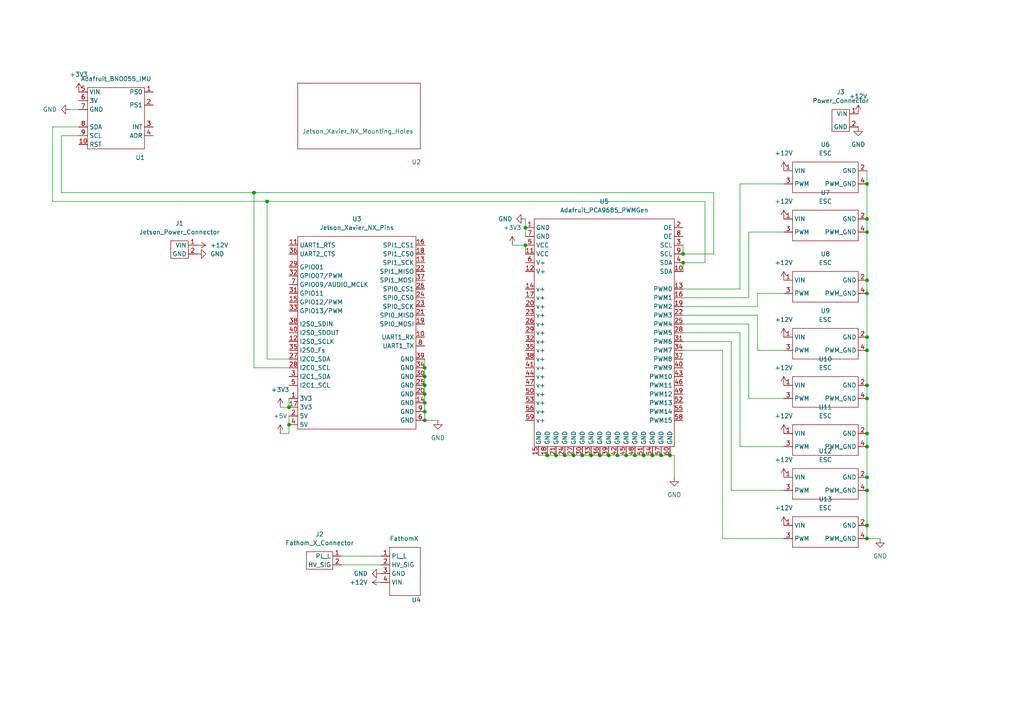
<source format=kicad_sch>
(kicad_sch (version 20211123) (generator eeschema)
  (paper "A4")
  (lib_symbols
    (symbol "lasagna-motherboard:Adafruit_BNO055_IMU"
      (property "Reference" "U?" (at 7.62 -10.16 0))
      (property "Value" "Adafruit_BNO055_IMU" (at 0 11.43 0))
      (symbol "Adafruit_BNO055_IMU_0_1"
        (rectangle (start -8.89 8.89) (end 7.62 -8.89))
      )
      (symbol "Adafruit_BNO055_IMU_1_1"
        (pin input line (at 10.16 7.62 180) (length 2.54) (name "PS0") (number "1"))
        (pin input line (at -11.43 -7.62 0) (length 2.54) (name "RST") (number "10"))
        (pin input line (at 10.16 3.81 180) (length 2.54) (name "PS1") (number "2"))
        (pin input line (at 10.16 -2.54 180) (length 2.54) (name "INT") (number "3"))
        (pin input line (at 10.16 -5.08 180) (length 2.54) (name "ADR") (number "4"))
        (pin input line (at -11.43 7.62 0) (length 2.54) (name "VIN") (number "5"))
        (pin input line (at -11.43 5.08 0) (length 2.54) (name "3V") (number "6"))
        (pin input line (at -11.43 2.54 0) (length 2.54) (name "GND") (number "7"))
        (pin input line (at -11.43 -2.54 0) (length 2.54) (name "SDA") (number "8"))
        (pin input line (at -11.43 -5.08 0) (length 2.54) (name "SCL") (number "9"))
      )
    )
    (symbol "lasagna-motherboard:Adafruit_PCA9685_PWMGen"
      (property "Reference" "U?" (at 21.59 -11.43 0))
      (property "Value" "Adafruit_PCA9685_PWMGen" (at -3.81 7.62 0))
      (symbol "Adafruit_PCA9685_PWMGen_0_1"
        (rectangle (start -24.13 6.35) (end 16.51 -59.69))
      )
      (symbol "Adafruit_PCA9685_PWMGen_1_1"
        (pin input line (at -26.67 3.81 0) (length 2.54) (name "GND") (number "1"))
        (pin input line (at 19.05 -8.89 180) (length 2.54) (name "SDA") (number "10"))
        (pin input line (at -26.67 -3.81 0) (length 2.54) (name "VCC") (number "11"))
        (pin input line (at -26.67 -8.89 0) (length 2.54) (name "V+") (number "12"))
        (pin input line (at 19.05 -13.97 180) (length 2.54) (name "PWM0") (number "13"))
        (pin input line (at -26.67 -13.97 0) (length 2.54) (name "v+") (number "14"))
        (pin input line (at -22.86 -62.23 90) (length 2.54) (name "GND") (number "15"))
        (pin input line (at 19.05 -16.51 180) (length 2.54) (name "PWM1") (number "16"))
        (pin input line (at -26.67 -16.51 0) (length 2.54) (name "v+") (number "17"))
        (pin input line (at -20.32 -62.23 90) (length 2.54) (name "GND") (number "18"))
        (pin input line (at 19.05 -19.05 180) (length 2.54) (name "PWM2") (number "19"))
        (pin input line (at 19.05 3.81 180) (length 2.54) (name "OE") (number "2"))
        (pin input line (at -26.67 -19.05 0) (length 2.54) (name "v+") (number "20"))
        (pin input line (at -17.78 -62.23 90) (length 2.54) (name "GND") (number "21"))
        (pin input line (at 19.05 -21.59 180) (length 2.54) (name "PWM3") (number "22"))
        (pin input line (at -26.67 -21.59 0) (length 2.54) (name "v+") (number "23"))
        (pin input line (at -15.24 -62.23 90) (length 2.54) (name "GND") (number "24"))
        (pin input line (at 19.05 -24.13 180) (length 2.54) (name "PWM4") (number "25"))
        (pin input line (at -26.67 -24.13 0) (length 2.54) (name "v+") (number "26"))
        (pin input line (at -12.7 -62.23 90) (length 2.54) (name "GND") (number "27"))
        (pin input line (at 19.05 -26.67 180) (length 2.54) (name "PWM5") (number "28"))
        (pin input line (at -26.67 -26.67 0) (length 2.54) (name "v+") (number "29"))
        (pin input line (at 19.05 -1.27 180) (length 2.54) (name "SCL") (number "3"))
        (pin input line (at -10.16 -62.23 90) (length 2.54) (name "GND") (number "30"))
        (pin input line (at 19.05 -29.21 180) (length 2.54) (name "PWM6") (number "31"))
        (pin input line (at -26.67 -29.21 0) (length 2.54) (name "v+") (number "32"))
        (pin input line (at -7.62 -62.23 90) (length 2.54) (name "GND") (number "33"))
        (pin input line (at 19.05 -31.75 180) (length 2.54) (name "PWM7") (number "34"))
        (pin input line (at -26.67 -31.75 0) (length 2.54) (name "v+") (number "35"))
        (pin input line (at -5.08 -62.23 90) (length 2.54) (name "GND") (number "36"))
        (pin input line (at 19.05 -34.29 180) (length 2.54) (name "PWM8") (number "37"))
        (pin input line (at -26.67 -34.29 0) (length 2.54) (name "v+") (number "38"))
        (pin input line (at -2.54 -62.23 90) (length 2.54) (name "GND") (number "39"))
        (pin input line (at 19.05 -6.35 180) (length 2.54) (name "SDA") (number "4"))
        (pin input line (at 19.05 -36.83 180) (length 2.54) (name "PWM9") (number "40"))
        (pin input line (at -26.67 -36.83 0) (length 2.54) (name "v+") (number "41"))
        (pin input line (at 0 -62.23 90) (length 2.54) (name "GND") (number "42"))
        (pin input line (at 19.05 -39.37 180) (length 2.54) (name "PWM10") (number "43"))
        (pin input line (at -26.67 -39.37 0) (length 2.54) (name "v+") (number "44"))
        (pin input line (at 2.54 -62.23 90) (length 2.54) (name "GND") (number "45"))
        (pin input line (at 19.05 -41.91 180) (length 2.54) (name "PWM11") (number "46"))
        (pin input line (at -26.67 -41.91 0) (length 2.54) (name "v+") (number "47"))
        (pin input line (at 5.08 -62.23 90) (length 2.54) (name "GND") (number "48"))
        (pin input line (at 19.05 -44.45 180) (length 2.54) (name "PWM12") (number "49"))
        (pin input line (at -26.67 -1.27 0) (length 2.54) (name "VCC") (number "5"))
        (pin input line (at -26.67 -44.45 0) (length 2.54) (name "v+") (number "50"))
        (pin input line (at 7.62 -62.23 90) (length 2.54) (name "GND") (number "51"))
        (pin input line (at 19.05 -46.99 180) (length 2.54) (name "PWM13") (number "52"))
        (pin input line (at -26.67 -46.99 0) (length 2.54) (name "v+") (number "53"))
        (pin input line (at 10.16 -62.23 90) (length 2.54) (name "GND") (number "54"))
        (pin input line (at 19.05 -49.53 180) (length 2.54) (name "PWM14") (number "55"))
        (pin input line (at -26.67 -49.53 0) (length 2.54) (name "v+") (number "56"))
        (pin input line (at 12.7 -62.23 90) (length 2.54) (name "GND") (number "57"))
        (pin input line (at 19.05 -52.07 180) (length 2.54) (name "PWM15") (number "58"))
        (pin input line (at -26.67 -52.07 0) (length 2.54) (name "v+") (number "59"))
        (pin input line (at -26.67 -6.35 0) (length 2.54) (name "V+") (number "6"))
        (pin input line (at 15.24 -62.23 90) (length 2.54) (name "GND") (number "60"))
        (pin input line (at -26.67 1.27 0) (length 2.54) (name "GND") (number "7"))
        (pin input line (at 19.05 1.27 180) (length 2.54) (name "OE") (number "8"))
        (pin input line (at 19.05 -3.81 180) (length 2.54) (name "SCL") (number "9"))
      )
    )
    (symbol "lasagna-motherboard:ESC"
      (property "Reference" "U?" (at 6.35 -8.89 0))
      (property "Value" "ESC" (at 0 3.81 0))
      (symbol "ESC_0_1"
        (rectangle (start -8.89 2.54) (end 10.16 -6.35))
      )
      (symbol "ESC_1_1"
        (pin input line (at -11.43 0 0) (length 2.54) (name "VIN") (number "1"))
        (pin input line (at 12.7 0 180) (length 2.54) (name "GND") (number "2"))
        (pin input line (at -11.43 -3.81 0) (length 2.54) (name "PWM") (number "3"))
        (pin input line (at 12.7 -3.81 180) (length 2.54) (name "PWM_GND") (number "4"))
      )
    )
    (symbol "lasagna-motherboard:FathomX"
      (property "Reference" "U?" (at 5.08 -8.89 0))
      (property "Value" "FathomX" (at 0 8.89 0))
      (symbol "FathomX_0_1"
        (rectangle (start -3.81 6.35) (end 5.08 -7.62))
      )
      (symbol "FathomX_1_1"
        (pin input line (at -6.35 3.81 0) (length 2.54) (name "PL_L") (number "1"))
        (pin input line (at -6.35 1.27 0) (length 2.54) (name "HV_SIG") (number "2"))
        (pin input line (at -6.35 -1.27 0) (length 2.54) (name "GND") (number "3"))
        (pin input line (at -6.35 -3.81 0) (length 2.54) (name "VIN") (number "4"))
      )
    )
    (symbol "lasagna-motherboard:Fathom_X_Connector"
      (property "Reference" "J?" (at 6.35 -7.62 0))
      (property "Value" "Fathom_X_Connector" (at 0 6.35 0))
      (symbol "Fathom_X_Connector_0_1"
        (rectangle (start -8.89 2.54) (end -1.27 -2.54))
      )
      (symbol "Fathom_X_Connector_1_1"
        (pin input line (at 1.27 1.27 180) (length 2.54) (name "PL_L") (number "1"))
        (pin input line (at 1.27 -1.27 180) (length 2.54) (name "HV_SIG") (number "2"))
      )
    )
    (symbol "lasagna-motherboard:Jetson_Power_Connector"
      (property "Reference" "J?" (at 7.62 -8.89 0))
      (property "Value" "Jetson_Power_Connector" (at 0 6.35 0))
      (symbol "Jetson_Power_Connector_0_1"
        (rectangle (start 2.54 -2.54) (end -2.54 2.54))
      )
      (symbol "Jetson_Power_Connector_1_1"
        (pin input line (at 5.08 1.27 180) (length 2.54) (name "VIN") (number "1"))
        (pin input line (at 5.08 -1.27 180) (length 2.54) (name "GND") (number "2"))
      )
    )
    (symbol "lasagna-motherboard:Jetson_Xavier_NX_Mounting_Holes"
      (property "Reference" "U?" (at 15.24 -11.43 0))
      (property "Value" "Jetson_Xavier_NX_Mounting_Holes" (at 0 13.97 0))
      (symbol "Jetson_Xavier_NX_Mounting_Holes_0_1"
        (rectangle (start -17.78 10.16) (end 17.78 -8.89))
      )
    )
    (symbol "lasagna-motherboard:Jetson_Xavier_NX_Pins"
      (property "Reference" "U?" (at 20.32 -33.02 0))
      (property "Value" "Jetson_Xavier_NX_Pins" (at -10.16 30.48 0))
      (symbol "Jetson_Xavier_NX_Pins_0_1"
        (rectangle (start -17.78 26.67) (end 16.51 -29.21))
      )
      (symbol "Jetson_Xavier_NX_Pins_1_1"
        (pin input line (at -20.32 -20.32 0) (length 2.54) (name "3V3") (number "1"))
        (pin input line (at 19.05 -2.54 180) (length 2.54) (name "UART1_RX") (number "10"))
        (pin input line (at -20.32 24.13 0) (length 2.54) (name "UART1_RTS") (number "11"))
        (pin input line (at -20.32 -3.81 0) (length 2.54) (name "I2S0_SCLK") (number "12"))
        (pin input line (at 19.05 19.05 180) (length 2.54) (name "SPI1_SCK") (number "13"))
        (pin input line (at 19.05 -21.59 180) (length 2.54) (name "GND") (number "14"))
        (pin input line (at -20.32 7.62 0) (length 2.54) (name "GPIO12/PWM") (number "15"))
        (pin input line (at 19.05 24.13 180) (length 2.54) (name "SPI1_CS1") (number "16"))
        (pin input line (at -20.32 -22.86 0) (length 2.54) (name "3V3") (number "17"))
        (pin input line (at 19.05 21.59 180) (length 2.54) (name "SPI1_CS0") (number "18"))
        (pin input line (at 19.05 1.27 180) (length 2.54) (name "SPI0_MOSI") (number "19"))
        (pin input line (at -20.32 -25.4 0) (length 2.54) (name "5V") (number "2"))
        (pin input line (at 19.05 -19.05 180) (length 2.54) (name "GND") (number "20"))
        (pin input line (at 19.05 3.81 180) (length 2.54) (name "SPI0_MISO") (number "21"))
        (pin input line (at 19.05 16.51 180) (length 2.54) (name "SPI1_MISO") (number "22"))
        (pin input line (at 19.05 6.35 180) (length 2.54) (name "SPI0_SCK") (number "23"))
        (pin input line (at 19.05 8.89 180) (length 2.54) (name "SPI0_CS0") (number "24"))
        (pin input line (at 19.05 -16.51 180) (length 2.54) (name "GND") (number "25"))
        (pin input line (at 19.05 11.43 180) (length 2.54) (name "SPI0_CS1") (number "26"))
        (pin input line (at -20.32 -8.89 0) (length 2.54) (name "I2C0_SDA") (number "27"))
        (pin input line (at -20.32 -11.43 0) (length 2.54) (name "I2C0_SCL") (number "28"))
        (pin input line (at -20.32 17.78 0) (length 2.54) (name "GPIO01") (number "29"))
        (pin input line (at -20.32 -13.97 0) (length 2.54) (name "I2C1_SDA") (number "3"))
        (pin input line (at 19.05 -13.97 180) (length 2.54) (name "GND") (number "30"))
        (pin input line (at -20.32 10.16 0) (length 2.54) (name "GPIO11") (number "31"))
        (pin input line (at -20.32 15.24 0) (length 2.54) (name "GPIO07/PWM") (number "32"))
        (pin input line (at -20.32 5.08 0) (length 2.54) (name "GPIO13/PWM") (number "33"))
        (pin input line (at 19.05 -11.43 180) (length 2.54) (name "GND") (number "34"))
        (pin input line (at -20.32 -6.35 0) (length 2.54) (name "I2S0_Fs") (number "35"))
        (pin input line (at -20.32 21.59 0) (length 2.54) (name "UART2_CTS") (number "36"))
        (pin input line (at 19.05 13.97 180) (length 2.54) (name "SPI1_MOSI") (number "37"))
        (pin input line (at -20.32 1.27 0) (length 2.54) (name "I2S0_SDIN") (number "38"))
        (pin input line (at 19.05 -8.89 180) (length 2.54) (name "GND") (number "39"))
        (pin input line (at -20.32 -27.94 0) (length 2.54) (name "5V") (number "4"))
        (pin input line (at -20.32 -1.27 0) (length 2.54) (name "I2S0_SDOUT") (number "40"))
        (pin input line (at -20.32 -16.51 0) (length 2.54) (name "I2C1_SCL") (number "5"))
        (pin input line (at 19.05 -26.67 180) (length 2.54) (name "GND") (number "6"))
        (pin input line (at -20.32 12.7 0) (length 2.54) (name "GPIO09/AUDIO_MCLK") (number "7"))
        (pin input line (at 19.05 -5.08 180) (length 2.54) (name "UART1_TX") (number "8"))
        (pin input line (at 19.05 -24.13 180) (length 2.54) (name "GND") (number "9"))
      )
    )
    (symbol "lasagna-motherboard:Power_Connector"
      (property "Reference" "J?" (at 3.81 -5.08 0))
      (property "Value" "Power_Connector" (at 1.27 5.08 0))
      (symbol "Power_Connector_0_1"
        (rectangle (start 2.54 2.54) (end -2.54 -3.81))
      )
      (symbol "Power_Connector_1_1"
        (pin input line (at 5.08 1.27 180) (length 2.54) (name "VIN") (number "1"))
        (pin input line (at 5.08 -2.54 180) (length 2.54) (name "GND") (number "2"))
      )
    )
    (symbol "power:+12V" (power) (pin_names (offset 0))
      (property "Value" "+12V" (at 0 3.556 0))
      (symbol "+12V_0_1"
        (polyline (pts (xy -0.762 1.27) (xy 0 2.54)))
        (polyline (pts (xy 0 0) (xy 0 2.54)))
        (polyline (pts (xy 0 2.54) (xy 0.762 1.27)))
      )
      (symbol "+12V_1_1"
        (pin power_in line (at 0 0 90) (length 0) hide (name "+12V") (number "1"))
      )
    )
    (symbol "power:+3V3" (power) (pin_names (offset 0))
      (property "Value" "+3V3" (at 0 3.556 0))
      (symbol "+3V3_0_1"
        (polyline (pts (xy -0.762 1.27) (xy 0 2.54)))
        (polyline (pts (xy 0 0) (xy 0 2.54)))
        (polyline (pts (xy 0 2.54) (xy 0.762 1.27)))
      )
      (symbol "+3V3_1_1"
        (pin power_in line (at 0 0 90) (length 0) hide (name "+3V3") (number "1"))
      )
    )
    (symbol "power:+5V" (power) (pin_names (offset 0))
      (property "Value" "+5V" (at 0 3.556 0))
      (symbol "+5V_0_1"
        (polyline (pts (xy -0.762 1.27) (xy 0 2.54)))
        (polyline (pts (xy 0 0) (xy 0 2.54)))
        (polyline (pts (xy 0 2.54) (xy 0.762 1.27)))
      )
      (symbol "+5V_1_1"
        (pin power_in line (at 0 0 90) (length 0) hide (name "+5V") (number "1"))
      )
    )
    (symbol "power:GND" (power) (pin_names (offset 0))
      (property "Value" "GND" (at 0 -3.81 0))
      (symbol "GND_0_1"
        (polyline (pts (xy 0 0) (xy 0 -1.27) (xy 1.27 -1.27) (xy 0 -2.54) (xy -1.27 -1.27) (xy 0 -1.27)))
      )
      (symbol "GND_1_1"
        (pin power_in line (at 0 0 270) (length 0) hide (name "GND") (number "1"))
      )
    )
  )
  (junction (at 77.47 58.42))
  (junction (at 166.37 132.08))
  (junction (at 251.46 97.79))
  (junction (at 251.46 81.28))
  (junction (at 251.46 125.73))
  (junction (at 179.07 132.08))
  (junction (at 198.12 76.2))
  (junction (at 123.19 114.3))
  (junction (at 184.15 132.08))
  (junction (at 251.46 156.21))
  (junction (at 152.4 66.04))
  (junction (at 168.91 132.08))
  (junction (at 251.46 142.24))
  (junction (at 83.82 123.19))
  (junction (at 251.46 85.09))
  (junction (at 194.31 132.08))
  (junction (at 251.46 67.31))
  (junction (at 73.66 55.88))
  (junction (at 123.19 116.84))
  (junction (at 123.19 121.92))
  (junction (at 123.19 111.76))
  (junction (at 158.75 132.08))
  (junction (at 186.69 132.08))
  (junction (at 189.23 132.08))
  (junction (at 251.46 111.76))
  (junction (at 152.4 71.12))
  (junction (at 251.46 53.34))
  (junction (at 161.29 132.08))
  (junction (at 171.45 132.08))
  (junction (at 163.83 132.08))
  (junction (at 123.19 109.22))
  (junction (at 251.46 129.54))
  (junction (at 251.46 138.43))
  (junction (at 251.46 152.4))
  (junction (at 251.46 63.5))
  (junction (at 191.77 132.08))
  (junction (at 176.53 132.08))
  (junction (at 83.82 118.11))
  (junction (at 251.46 115.57))
  (junction (at 123.19 119.38))
  (junction (at 181.61 132.08))
  (junction (at 123.19 106.68))
  (junction (at 251.46 101.6))
  (junction (at 173.99 132.08))
  (junction (at 198.12 73.66))
  (wire (pts (xy 83.82 104.14) (xy 77.47 104.14)))
  (wire (pts (xy 214.63 129.54) (xy 227.33 129.54)))
  (wire (pts (xy 217.17 115.57) (xy 227.33 115.57)))
  (wire (pts (xy 73.66 106.68) (xy 73.66 55.88)))
  (wire (pts (xy 181.61 132.08) (xy 184.15 132.08)))
  (wire (pts (xy 198.12 88.9) (xy 219.71 88.9)))
  (wire (pts (xy 77.47 58.42) (xy 77.47 104.14)))
  (wire (pts (xy 189.23 132.08) (xy 191.77 132.08)))
  (wire (pts (xy 17.78 55.88) (xy 17.78 39.37)))
  (wire (pts (xy 212.09 142.24) (xy 227.33 142.24)))
  (wire (pts (xy 219.71 91.44) (xy 219.71 101.6)))
  (wire (pts (xy 123.19 114.3) (xy 123.19 116.84)))
  (wire (pts (xy 152.4 73.66) (xy 152.4 71.12)))
  (wire (pts (xy 251.46 129.54) (xy 251.46 138.43)))
  (wire (pts (xy 163.83 132.08) (xy 166.37 132.08)))
  (wire (pts (xy 191.77 132.08) (xy 194.31 132.08)))
  (wire (pts (xy 20.32 31.75) (xy 22.86 31.75)))
  (wire (pts (xy 194.31 132.08) (xy 195.58 132.08)))
  (wire (pts (xy 123.19 106.68) (xy 123.19 109.22)))
  (wire (pts (xy 168.91 132.08) (xy 171.45 132.08)))
  (wire (pts (xy 161.29 132.08) (xy 163.83 132.08)))
  (wire (pts (xy 156.21 132.08) (xy 158.75 132.08)))
  (wire (pts (xy 198.12 83.82) (xy 214.63 83.82)))
  (wire (pts (xy 198.12 73.66) (xy 207.01 73.66)))
  (wire (pts (xy 83.82 106.68) (xy 73.66 106.68)))
  (wire (pts (xy 251.46 53.34) (xy 251.46 63.5)))
  (wire (pts (xy 209.55 101.6) (xy 209.55 156.21)))
  (wire (pts (xy 219.71 85.09) (xy 227.33 85.09)))
  (wire (pts (xy 176.53 132.08) (xy 179.07 132.08)))
  (wire (pts (xy 186.69 132.08) (xy 189.23 132.08)))
  (wire (pts (xy 15.24 58.42) (xy 15.24 36.83)))
  (wire (pts (xy 251.46 81.28) (xy 251.46 85.09)))
  (wire (pts (xy 198.12 96.52) (xy 214.63 96.52)))
  (wire (pts (xy 17.78 39.37) (xy 22.86 39.37)))
  (wire (pts (xy 214.63 83.82) (xy 214.63 53.34)))
  (wire (pts (xy 251.46 63.5) (xy 251.46 67.31)))
  (wire (pts (xy 251.46 101.6) (xy 251.46 111.76)))
  (wire (pts (xy 123.19 111.76) (xy 123.19 114.3)))
  (wire (pts (xy 204.47 58.42) (xy 204.47 76.2)))
  (wire (pts (xy 123.19 119.38) (xy 123.19 121.92)))
  (wire (pts (xy 184.15 132.08) (xy 186.69 132.08)))
  (wire (pts (xy 217.17 86.36) (xy 217.17 67.31)))
  (wire (pts (xy 217.17 67.31) (xy 227.33 67.31)))
  (wire (pts (xy 251.46 97.79) (xy 251.46 101.6)))
  (wire (pts (xy 209.55 156.21) (xy 227.33 156.21)))
  (wire (pts (xy 219.71 101.6) (xy 227.33 101.6)))
  (wire (pts (xy 166.37 132.08) (xy 168.91 132.08)))
  (wire (pts (xy 148.59 71.12) (xy 152.4 71.12)))
  (wire (pts (xy 83.82 120.65) (xy 83.82 123.19)))
  (wire (pts (xy 251.46 125.73) (xy 251.46 129.54)))
  (wire (pts (xy 198.12 71.12) (xy 198.12 73.66)))
  (wire (pts (xy 198.12 101.6) (xy 209.55 101.6)))
  (wire (pts (xy 83.82 123.19) (xy 83.82 125.73)))
  (wire (pts (xy 179.07 132.08) (xy 181.61 132.08)))
  (wire (pts (xy 212.09 99.06) (xy 212.09 142.24)))
  (wire (pts (xy 77.47 58.42) (xy 204.47 58.42)))
  (wire (pts (xy 251.46 111.76) (xy 251.46 115.57)))
  (wire (pts (xy 99.06 163.83) (xy 110.49 163.83)))
  (wire (pts (xy 217.17 93.98) (xy 217.17 115.57)))
  (wire (pts (xy 171.45 132.08) (xy 173.99 132.08)))
  (wire (pts (xy 73.66 55.88) (xy 17.78 55.88)))
  (wire (pts (xy 152.4 66.04) (xy 152.4 68.58)))
  (wire (pts (xy 99.06 161.29) (xy 110.49 161.29)))
  (wire (pts (xy 219.71 88.9) (xy 219.71 85.09)))
  (wire (pts (xy 198.12 86.36) (xy 217.17 86.36)))
  (wire (pts (xy 251.46 49.53) (xy 251.46 53.34)))
  (wire (pts (xy 73.66 55.88) (xy 207.01 55.88)))
  (wire (pts (xy 198.12 93.98) (xy 217.17 93.98)))
  (wire (pts (xy 214.63 53.34) (xy 227.33 53.34)))
  (wire (pts (xy 251.46 152.4) (xy 251.46 156.21)))
  (wire (pts (xy 195.58 132.08) (xy 195.58 138.43)))
  (wire (pts (xy 123.19 109.22) (xy 123.19 111.76)))
  (wire (pts (xy 158.75 132.08) (xy 161.29 132.08)))
  (wire (pts (xy 198.12 76.2) (xy 204.47 76.2)))
  (wire (pts (xy 251.46 142.24) (xy 251.46 152.4)))
  (wire (pts (xy 198.12 99.06) (xy 212.09 99.06)))
  (wire (pts (xy 123.19 121.92) (xy 127 121.92)))
  (wire (pts (xy 251.46 156.21) (xy 255.27 156.21)))
  (wire (pts (xy 15.24 58.42) (xy 77.47 58.42)))
  (wire (pts (xy 251.46 85.09) (xy 251.46 97.79)))
  (wire (pts (xy 173.99 132.08) (xy 176.53 132.08)))
  (wire (pts (xy 198.12 76.2) (xy 198.12 78.74)))
  (wire (pts (xy 123.19 104.14) (xy 123.19 106.68)))
  (wire (pts (xy 15.24 36.83) (xy 22.86 36.83)))
  (wire (pts (xy 251.46 67.31) (xy 251.46 81.28)))
  (wire (pts (xy 198.12 91.44) (xy 219.71 91.44)))
  (wire (pts (xy 83.82 115.57) (xy 83.82 118.11)))
  (wire (pts (xy 81.28 118.11) (xy 83.82 118.11)))
  (wire (pts (xy 251.46 138.43) (xy 251.46 142.24)))
  (wire (pts (xy 123.19 116.84) (xy 123.19 119.38)))
  (wire (pts (xy 81.28 125.73) (xy 83.82 125.73)))
  (wire (pts (xy 251.46 115.57) (xy 251.46 125.73)))
  (wire (pts (xy 152.4 63.5) (xy 152.4 66.04)))
  (wire (pts (xy 207.01 55.88) (xy 207.01 73.66)))
  (wire (pts (xy 214.63 96.52) (xy 214.63 129.54)))
  (symbol (lib_id "power:+12V") (at 57.15 71.12 270) (unit 1)
    (property "Reference" "#PWR03" (effects hide))
    (property "Value" "+12V" (at 60.96 71.1199 90) (effects (justify left)))
  )
  (symbol (lib_id "lasagna-motherboard:ESC") (at 238.76 111.76 0) (unit 1)
    (property "Reference" "U10" (at 239.395 104.14 0))
    (property "Value" "ESC" (at 239.395 106.68 0))
    (property "Footprint" "lasagna-motherboard:ESC" (effects hide))
  )
  (symbol (lib_id "lasagna-motherboard:ESC") (at 238.76 81.28 0) (unit 1)
    (property "Reference" "U8" (at 239.395 73.66 0))
    (property "Value" "ESC" (at 239.395 76.2 0))
    (property "Footprint" "lasagna-motherboard:ESC" (effects hide))
  )
  (symbol (lib_id "lasagna-motherboard:Jetson_Xavier_NX_Mounting_Holes") (at 104.14 34.29 0) (unit 1)
    (property "Reference" "U2" (at 119.38 46.99 0) (effects (justify left)))
    (property "Value" "Jetson_Xavier_NX_Mounting_Holes" (at 87.63 38.1 0) (effects (justify left)))
    (property "Footprint" "lasagna-motherboard:Jetson_Xavier_NX_Mounting_Holes" (effects hide))
  )
  (symbol (lib_id "power:GND") (at 127 121.92 0) (unit 1)
    (property "Reference" "#PWR09" (effects hide))
    (property "Value" "GND" (at 127 127 0))
  )
  (symbol (lib_id "power:GND") (at 248.92 36.83 0) (unit 1)
    (property "Reference" "#PWR022" (effects hide))
    (property "Value" "GND" (at 248.92 41.91 0))
  )
  (symbol (lib_id "lasagna-motherboard:ESC") (at 238.76 138.43 0) (unit 1)
    (property "Reference" "U12" (at 239.395 130.81 0))
    (property "Value" "ESC" (at 239.395 133.35 0))
    (property "Footprint" "lasagna-motherboard:ESC" (effects hide))
  )
  (symbol (lib_id "power:+3V3") (at 22.86 26.67 0) (unit 1)
    (property "Reference" "#PWR02" (effects hide))
    (property "Value" "+3V3" (at 22.86 21.59 0))
  )
  (symbol (lib_id "power:GND") (at 20.32 31.75 270) (unit 1)
    (property "Reference" "#PWR01" (effects hide))
    (property "Value" "GND" (at 16.51 31.7499 90) (effects (justify right)))
  )
  (symbol (lib_id "power:+3V3") (at 81.28 118.11 0) (unit 1)
    (property "Reference" "#PWR05" (effects hide))
    (property "Value" "+3V3" (at 81.28 113.03 0))
  )
  (symbol (lib_id "power:+12V") (at 227.33 81.28 0) (unit 1)
    (property "Reference" "#PWR015" (effects hide))
    (property "Value" "+12V" (at 227.33 76.2 0))
  )
  (symbol (lib_id "power:+12V") (at 227.33 49.53 0) (unit 1)
    (property "Reference" "#PWR013" (effects hide))
    (property "Value" "+12V" (at 227.33 44.45 0))
  )
  (symbol (lib_id "power:GND") (at 255.27 156.21 0) (unit 1)
    (property "Reference" "#PWR023" (effects hide))
    (property "Value" "GND" (at 255.27 161.29 0))
  )
  (symbol (lib_id "power:+12V") (at 227.33 63.5 0) (unit 1)
    (property "Reference" "#PWR014" (effects hide))
    (property "Value" "+12V" (at 227.33 58.42 0))
  )
  (symbol (lib_id "lasagna-motherboard:ESC") (at 238.76 152.4 0) (unit 1)
    (property "Reference" "U13" (at 239.395 144.78 0))
    (property "Value" "ESC" (at 239.395 147.32 0))
    (property "Footprint" "lasagna-motherboard:ESC" (effects hide))
  )
  (symbol (lib_id "lasagna-motherboard:ESC") (at 238.76 97.79 0) (unit 1)
    (property "Reference" "U9" (at 239.395 90.17 0))
    (property "Value" "ESC" (at 239.395 92.71 0))
    (property "Footprint" "lasagna-motherboard:ESC" (effects hide))
  )
  (symbol (lib_id "power:+12V") (at 227.33 111.76 0) (unit 1)
    (property "Reference" "#PWR017" (effects hide))
    (property "Value" "+12V" (at 227.33 106.68 0))
  )
  (symbol (lib_id "power:GND") (at 152.4 63.5 270) (unit 1)
    (property "Reference" "#PWR011" (effects hide))
    (property "Value" "GND" (at 148.59 63.4999 90) (effects (justify right)))
  )
  (symbol (lib_id "lasagna-motherboard:Adafruit_PCA9685_PWMGen") (at 179.07 69.85 0) (unit 1)
    (property "Reference" "U5" (at 175.26 58.42 0))
    (property "Value" "Adafruit_PCA9685_PWMGen" (at 175.26 60.96 0))
    (property "Footprint" "lasagna-motherboard:Adafruit_PCA9685_PWMGen" (effects hide))
  )
  (symbol (lib_id "power:+12V") (at 227.33 152.4 0) (unit 1)
    (property "Reference" "#PWR020" (effects hide))
    (property "Value" "+12V" (at 227.33 147.32 0))
  )
  (symbol (lib_id "power:GND") (at 195.58 138.43 0) (unit 1)
    (property "Reference" "#PWR012" (effects hide))
    (property "Value" "GND" (at 195.58 143.51 0))
  )
  (symbol (lib_id "lasagna-motherboard:ESC") (at 238.76 125.73 0) (unit 1)
    (property "Reference" "U11" (at 239.395 118.11 0))
    (property "Value" "ESC" (at 239.395 120.65 0))
    (property "Footprint" "lasagna-motherboard:ESC" (effects hide))
  )
  (symbol (lib_id "lasagna-motherboard:Jetson_Xavier_NX_Pins") (at 104.14 95.25 0) (unit 1)
    (property "Reference" "U3" (at 103.505 63.5 0))
    (property "Value" "Jetson_Xavier_NX_Pins" (at 103.505 66.04 0))
    (property "Footprint" "lasagna-motherboard:Jetson_Xavier_NX_2X20_Pin_Header" (effects hide))
  )
  (symbol (lib_id "lasagna-motherboard:Power_Connector") (at 243.84 34.29 0) (unit 1)
    (property "Reference" "J3" (at 243.84 26.67 0))
    (property "Value" "Power_Connector" (at 243.84 29.21 0))
    (property "Footprint" "lasagna-motherboard:Power_Connector" (effects hide))
  )
  (symbol (lib_id "power:+3V3") (at 148.59 71.12 0) (unit 1)
    (property "Reference" "#PWR010" (effects hide))
    (property "Value" "+3V3" (at 148.59 66.04 0))
  )
  (symbol (lib_id "power:+12V") (at 110.49 168.91 90) (unit 1)
    (property "Reference" "#PWR08" (effects hide))
    (property "Value" "+12V" (at 106.68 168.9099 90) (effects (justify left)))
  )
  (symbol (lib_id "lasagna-motherboard:Adafruit_BNO055_IMU") (at 34.29 34.29 0) (unit 1)
    (property "Reference" "U1" (at 40.64 45.72 0))
    (property "Value" "Adafruit_BNO055_IMU" (at 33.655 22.86 0))
    (property "Footprint" "lasagna-motherboard:Adafruit_BNO055_IMU" (effects hide))
  )
  (symbol (lib_id "lasagna-motherboard:Fathom_X_Connector") (at 97.79 162.56 0) (unit 1)
    (property "Reference" "J2" (at 92.71 154.94 0))
    (property "Value" "Fathom_X_Connector" (at 92.71 157.48 0))
    (property "Footprint" "lasagna-motherboard:FathomX_Connector" (effects hide))
  )
  (symbol (lib_id "power:+5V") (at 81.28 125.73 0) (unit 1)
    (property "Reference" "#PWR06" (effects hide))
    (property "Value" "+5V" (at 81.28 120.65 0))
  )
  (symbol (lib_id "lasagna-motherboard:FathomX") (at 116.84 165.1 0) (unit 1)
    (property "Reference" "U4" (at 119.38 173.99 0) (effects (justify left)))
    (property "Value" "FathomX" (at 113.03 156.21 0) (effects (justify left)))
    (property "Footprint" "lasagna-motherboard:FathomX" (effects hide))
  )
  (symbol (lib_id "power:+12V") (at 248.92 33.02 0) (unit 1)
    (property "Reference" "#PWR021" (effects hide))
    (property "Value" "+12V" (at 248.92 27.94 0))
  )
  (symbol (lib_id "power:GND") (at 110.49 166.37 270) (unit 1)
    (property "Reference" "#PWR07" (effects hide))
    (property "Value" "GND" (at 106.68 166.3699 90) (effects (justify right)))
  )
  (symbol (lib_id "power:+12V") (at 227.33 125.73 0) (unit 1)
    (property "Reference" "#PWR018" (effects hide))
    (property "Value" "+12V" (at 227.33 120.65 0))
  )
  (symbol (lib_id "lasagna-motherboard:Jetson_Power_Connector") (at 52.07 72.39 0) (unit 1)
    (property "Reference" "J1" (at 52.07 64.77 0))
    (property "Value" "Jetson_Power_Connector" (at 52.07 67.31 0))
    (property "Footprint" "lasagna-motherboard:Jetson Power Connector" (effects hide))
  )
  (symbol (lib_id "power:+12V") (at 227.33 138.43 0) (unit 1)
    (property "Reference" "#PWR019" (effects hide))
    (property "Value" "+12V" (at 227.33 133.35 0))
  )
  (symbol (lib_id "lasagna-motherboard:ESC") (at 238.76 63.5 0) (unit 1)
    (property "Reference" "U7" (at 239.395 55.88 0))
    (property "Value" "ESC" (at 239.395 58.42 0))
    (property "Footprint" "lasagna-motherboard:ESC" (effects hide))
  )
  (symbol (lib_id "lasagna-motherboard:ESC") (at 238.76 49.53 0) (unit 1)
    (property "Reference" "U6" (at 239.395 41.91 0))
    (property "Value" "ESC" (at 239.395 44.45 0))
    (property "Footprint" "lasagna-motherboard:ESC" (effects hide))
  )
  (symbol (lib_id "power:+12V") (at 227.33 97.79 0) (unit 1)
    (property "Reference" "#PWR016" (effects hide))
    (property "Value" "+12V" (at 227.33 92.71 0))
  )
  (symbol (lib_id "power:GND") (at 57.15 73.66 90) (unit 1)
    (property "Reference" "#PWR04" (effects hide))
    (property "Value" "GND" (at 60.96 73.6599 90) (effects (justify right)))
  )
)
</source>
